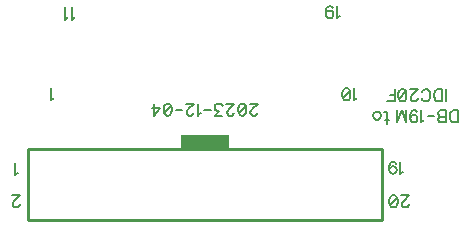
<source format=gbr>
G04 DipTrace 3.3.1.3*
G04 TopSilk.gbr*
%MOIN*%
G04 #@! TF.FileFunction,Legend,Top*
G04 #@! TF.Part,Single*
%ADD10C,0.009843*%
%ADD32C,0.006176*%
%FSLAX26Y26*%
G04*
G70*
G90*
G75*
G01*
G04 TopSilk*
%LPD*%
X1884270Y475591D2*
D10*
X703168D1*
Y711801D1*
X1884270D1*
Y475591D1*
G36*
X1372499Y712450D2*
X1214940D1*
Y758071D1*
X1372499D1*
Y712450D1*
G37*
X2137095Y801718D2*
D32*
Y841910D1*
X2123697D1*
X2117949Y839964D1*
X2114103Y836162D1*
X2112201Y832315D1*
X2110300Y826611D1*
Y817017D1*
X2112201Y811269D1*
X2114102Y807466D1*
X2117949Y803619D1*
X2123697Y801718D1*
X2137095D1*
X2097949D2*
Y841910D1*
X2080705D1*
X2074957Y839964D1*
X2073055Y838063D1*
X2071154Y834261D1*
Y828513D1*
X2073055Y824666D1*
X2074956Y822765D1*
X2080705Y820863D1*
X2074956Y818918D1*
X2073055Y817017D1*
X2071154Y813214D1*
Y809367D1*
X2073055Y805565D1*
X2074956Y803619D1*
X2080704Y801718D1*
X2097949D1*
Y820863D2*
X2080705D1*
X2058803Y821836D2*
X2036695D1*
X2024343Y809411D2*
X2020497Y807466D1*
X2014749Y801762D1*
Y841910D1*
X1977504Y815115D2*
X1979449Y820863D1*
X1983252Y824710D1*
X1989000Y826611D1*
X1990901D1*
X1996649Y824710D1*
X2000452Y820863D1*
X2002397Y815115D1*
Y813214D1*
X2000452Y807466D1*
X1996649Y803663D1*
X1990901Y801762D1*
X1989000D1*
X1983252Y803663D1*
X1979449Y807466D1*
X1977504Y815115D1*
Y824710D1*
X1979449Y834261D1*
X1983252Y840009D1*
X1989000Y841910D1*
X1992802D1*
X1998550Y840009D1*
X2000452Y836162D1*
X1934555Y841910D2*
Y801718D1*
X1949854Y841910D1*
X1965152Y801718D1*
Y841910D1*
X2096963Y871816D2*
Y912008D1*
X2084612Y871816D2*
Y912008D1*
X2071215D1*
X2065467Y910063D1*
X2061620Y906260D1*
X2059719Y902414D1*
X2057817Y896710D1*
Y887115D1*
X2059719Y881367D1*
X2061620Y877564D1*
X2065467Y873718D1*
X2071215Y871816D1*
X2084612D1*
X2016770Y881367D2*
X2018671Y877564D1*
X2022518Y873718D1*
X2026321Y871816D1*
X2033970D1*
X2037817Y873718D1*
X2041619Y877564D1*
X2043565Y881367D1*
X2045466Y887115D1*
Y896710D1*
X2043565Y902414D1*
X2041619Y906260D1*
X2037817Y910063D1*
X2033970Y912008D1*
X2026321D1*
X2022518Y910063D1*
X2018671Y906260D1*
X2016770Y902414D1*
X2002473Y881411D2*
Y879510D1*
X2000572Y875663D1*
X1998671Y873762D1*
X1994824Y871861D1*
X1987175D1*
X1983372Y873762D1*
X1981471Y875663D1*
X1979525Y879510D1*
Y883312D1*
X1981471Y887159D1*
X1985273Y892863D1*
X2004419Y912008D1*
X1977624D1*
X1953777Y871861D2*
X1959525Y873762D1*
X1963371Y879510D1*
X1965273Y889060D1*
Y894808D1*
X1963371Y904359D1*
X1959525Y910107D1*
X1953777Y912008D1*
X1949974D1*
X1944226Y910107D1*
X1940423Y904359D1*
X1938478Y894808D1*
Y889060D1*
X1940423Y879510D1*
X1944226Y873762D1*
X1949974Y871861D1*
X1953777D1*
X1940423Y879510D2*
X1963371Y904359D1*
X1901233Y871816D2*
X1926127D1*
Y912008D1*
Y890962D2*
X1910828D1*
X1901333Y797419D2*
Y829961D1*
X1899432Y835665D1*
X1895585Y837611D1*
X1891783D1*
X1907081Y810816D2*
X1893684D1*
X1869881D2*
X1873683Y812717D1*
X1877530Y816564D1*
X1879432Y822312D1*
Y826115D1*
X1877530Y831863D1*
X1873684Y835665D1*
X1869881Y837611D1*
X1864133D1*
X1860286Y835665D1*
X1856484Y831863D1*
X1854538Y826115D1*
Y822312D1*
X1856484Y816564D1*
X1860286Y812717D1*
X1864133Y810816D1*
X1869881D1*
X1954526Y637369D2*
X1950679Y635423D1*
X1944931Y629719D1*
Y669867D1*
X1907686Y643072D2*
X1909632Y648820D1*
X1913434Y652667D1*
X1919182Y654568D1*
X1921084D1*
X1926832Y652667D1*
X1930634Y648820D1*
X1932580Y643072D1*
Y641171D1*
X1930634Y635423D1*
X1926832Y631621D1*
X1921084Y629719D1*
X1919182D1*
X1913434Y631621D1*
X1909632Y635423D1*
X1907686Y643072D1*
Y652667D1*
X1909632Y662218D1*
X1913434Y667966D1*
X1919182Y669867D1*
X1922985D1*
X1928733Y667966D1*
X1930634Y664119D1*
X676045Y528295D2*
Y526394D1*
X674143Y522547D1*
X672242Y520645D1*
X668395Y518744D1*
X660746D1*
X656943Y520646D1*
X655042Y522547D1*
X653097Y526394D1*
Y530196D1*
X655042Y534043D1*
X658845Y539747D1*
X677990Y558892D1*
X651195D1*
X1468528Y833574D2*
Y831672D1*
X1466627Y827826D1*
X1464726Y825924D1*
X1460879Y824023D1*
X1453230D1*
X1449427Y825924D1*
X1447526Y827826D1*
X1445581Y831672D1*
Y835475D1*
X1447526Y839322D1*
X1451329Y845025D1*
X1470474Y864171D1*
X1443679D1*
X1419832Y824023D2*
X1425580Y825924D1*
X1429427Y831672D1*
X1431328Y841223D1*
Y846971D1*
X1429427Y856521D1*
X1425580Y862270D1*
X1419832Y864171D1*
X1416029D1*
X1410281Y862270D1*
X1406479Y856521D1*
X1404533Y846971D1*
Y841223D1*
X1406479Y831672D1*
X1410281Y825924D1*
X1416029Y824023D1*
X1419832D1*
X1406479Y831672D2*
X1429427Y856521D1*
X1390236Y833574D2*
Y831672D1*
X1388335Y827826D1*
X1386434Y825924D1*
X1382587Y824023D1*
X1374938D1*
X1371135Y825924D1*
X1369234Y827826D1*
X1367289Y831672D1*
Y835475D1*
X1369234Y839322D1*
X1373037Y845025D1*
X1392182Y864171D1*
X1365387D1*
X1349189Y824023D2*
X1328187D1*
X1339639Y839322D1*
X1333891D1*
X1330088Y841223D1*
X1328187Y843124D1*
X1326241Y848872D1*
Y852675D1*
X1328187Y858423D1*
X1331989Y862269D1*
X1337737Y864171D1*
X1343485D1*
X1349189Y862269D1*
X1351090Y860324D1*
X1353036Y856521D1*
X1313890Y844097D2*
X1291782D1*
X1279431Y831672D2*
X1275584Y829727D1*
X1269836Y824023D1*
Y864171D1*
X1255539Y833574D2*
Y831672D1*
X1253638Y827826D1*
X1251736Y825924D1*
X1247890Y824023D1*
X1240240D1*
X1236438Y825924D1*
X1234537Y827826D1*
X1232591Y831672D1*
Y835475D1*
X1234537Y839322D1*
X1238339Y845025D1*
X1257484Y864171D1*
X1230690D1*
X1218338Y844097D2*
X1196231D1*
X1172383Y824023D2*
X1178131Y825924D1*
X1181978Y831672D1*
X1183879Y841223D1*
Y846971D1*
X1181978Y856521D1*
X1178131Y862269D1*
X1172383Y864171D1*
X1168581D1*
X1162833Y862269D1*
X1159030Y856521D1*
X1157084Y846971D1*
Y841223D1*
X1159030Y831672D1*
X1162833Y825924D1*
X1168581Y824023D1*
X1172383D1*
X1159030Y831672D2*
X1181978Y856521D1*
X1125588Y864171D2*
Y824023D1*
X1144733Y850773D1*
X1116037D1*
X671148Y632899D2*
X667302Y630953D1*
X661554Y625249D1*
Y665397D1*
X1973003Y527832D2*
Y525931D1*
X1971102Y522084D1*
X1969201Y520183D1*
X1965354Y518282D1*
X1957705D1*
X1953902Y520183D1*
X1952001Y522084D1*
X1950056Y525931D1*
Y529734D1*
X1952001Y533580D1*
X1955804Y539284D1*
X1974949Y558430D1*
X1948154D1*
X1924307Y518282D2*
X1930055Y520183D1*
X1933902Y525931D1*
X1935803Y535482D1*
Y541230D1*
X1933902Y550780D1*
X1930055Y556528D1*
X1924307Y558430D1*
X1920504D1*
X1914756Y556528D1*
X1910954Y550780D1*
X1909008Y541230D1*
Y535482D1*
X1910954Y525931D1*
X1914756Y520183D1*
X1920504Y518282D1*
X1924307D1*
X1910954Y525931D2*
X1933902Y550780D1*
X791296Y882680D2*
X787449Y880735D1*
X781701Y875031D1*
Y915179D1*
X1743778Y1156256D2*
X1739931Y1154310D1*
X1734183Y1148606D1*
Y1188754D1*
X1696939Y1161959D2*
X1698884Y1167707D1*
X1702687Y1171554D1*
X1708435Y1173455D1*
X1710336D1*
X1716084Y1171554D1*
X1719887Y1167707D1*
X1721832Y1161959D1*
Y1160058D1*
X1719887Y1154310D1*
X1716084Y1150508D1*
X1710336Y1148606D1*
X1708435D1*
X1702687Y1150508D1*
X1698884Y1154310D1*
X1696939Y1161959D1*
Y1171554D1*
X1698884Y1181105D1*
X1702687Y1186853D1*
X1708435Y1188754D1*
X1712237D1*
X1717985Y1186853D1*
X1719887Y1183006D1*
X1800690Y882413D2*
X1796843Y880468D1*
X1791095Y874764D1*
Y914912D1*
X1767247Y874764D2*
X1772995Y876665D1*
X1776842Y882413D1*
X1778743Y891964D1*
Y897712D1*
X1776842Y907262D1*
X1772995Y913010D1*
X1767247Y914912D1*
X1763445D1*
X1757697Y913010D1*
X1753894Y907262D1*
X1751949Y897712D1*
Y891964D1*
X1753894Y882413D1*
X1757697Y876665D1*
X1763445Y874764D1*
X1767247D1*
X1753894Y882413D2*
X1776842Y907262D1*
X859754Y1151918D2*
X855907Y1149973D1*
X850159Y1144269D1*
Y1184417D1*
X837808Y1151918D2*
X833961Y1149973D1*
X828213Y1144269D1*
Y1184417D1*
M02*

</source>
